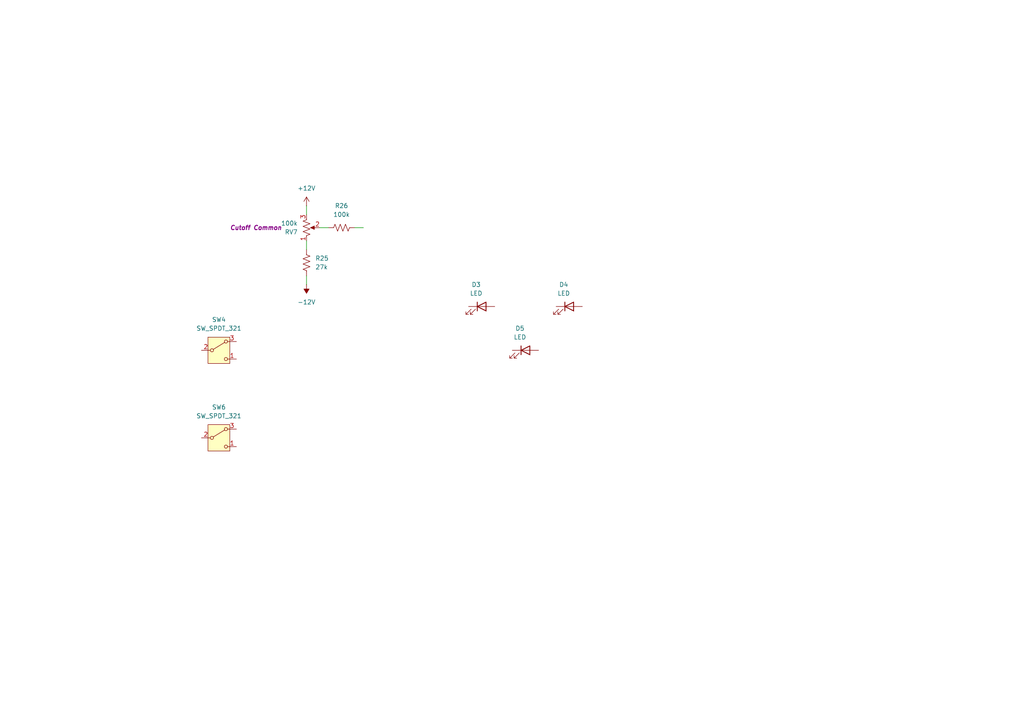
<source format=kicad_sch>
(kicad_sch (version 20231120) (generator "eeschema") (generator_version "8.0")
  (paper "A4")
  (title_block (comment 1 "PCB for 10cm Kosmo format synthesizer module"))
  (lib_symbols
    (symbol "Device:LED" (pin_numbers hide) (pin_names (offset 1.016) hide)
      (property "Reference" "D" (at 0 2.54 0))
      (property "Value" "LED" (at 0 -2.54 0))
      (symbol "LED_0_1"
        (polyline (pts (xy -1.27 -1.27) (xy -1.27 1.27)) (stroke (width 0.254)))
        (polyline (pts (xy -1.27 0) (xy 1.27 0)))
        (polyline (pts (xy 1.27 -1.27) (xy 1.27 1.27) (xy -1.27 0) (xy 1.27 -1.27)) (stroke (width 0.254)))
        (polyline (pts (xy -3.048 -0.762) (xy -4.572 -2.286) (xy -3.81 -2.286) (xy -4.572 -2.286) (xy -4.572 -1.524)))
        (polyline (pts (xy -1.778 -0.762) (xy -3.302 -2.286) (xy -2.54 -2.286) (xy -3.302 -2.286) (xy -3.302 -1.524)))
      )
      (symbol "LED_1_1"
        (pin passive line (at -3.81 0 0) (length 2.54) (name "K") (number "1"))
        (pin passive line (at 3.81 0 180) (length 2.54) (name "A") (number "2"))
      )
    )
    (symbol "Device:R_Potentiometer_US" (pin_names (offset 1.016) hide)
      (property "Reference" "RV" (at -4.445 0 90))
      (property "Value" "R_Potentiometer_US" (at -2.54 0 90))
      (symbol "R_Potentiometer_US_0_1"
        (polyline (pts (xy 0 -2.286) (xy 0 -2.54)))
        (polyline (pts (xy 0 2.54) (xy 0 2.286)))
        (polyline (pts (xy 2.54 0) (xy 1.524 0)))
        (polyline (pts (xy 1.143 0) (xy 2.286 0.508) (xy 2.286 -0.508) (xy 1.143 0)) (fill (type outline)))
        (polyline (pts (xy 0 -0.762) (xy 1.016 -1.143) (xy 0 -1.524) (xy -1.016 -1.905) (xy 0 -2.286)))
        (polyline (pts (xy 0 0.762) (xy 1.016 0.381) (xy 0 0) (xy -1.016 -0.381) (xy 0 -0.762)))
        (polyline (pts (xy 0 2.286) (xy 1.016 1.905) (xy 0 1.524) (xy -1.016 1.143) (xy 0 0.762)))
      )
      (symbol "R_Potentiometer_US_1_1"
        (pin passive line (at 0 3.81 270) (length 1.27) (name "1") (number "1"))
        (pin passive line (at 3.81 0 180) (length 1.27) (name "2") (number "2"))
        (pin passive line (at 0 -3.81 90) (length 1.27) (name "3") (number "3"))
      )
    )
    (symbol "Device:R_US" (pin_numbers hide) (pin_names (offset 0))
      (property "Reference" "R" (at 2.54 0 90))
      (property "Value" "R_US" (at -2.54 0 90))
      (symbol "R_US_0_1"
        (polyline (pts (xy 0 -2.286) (xy 0 -2.54)))
        (polyline (pts (xy 0 2.286) (xy 0 2.54)))
        (polyline (pts (xy 0 -0.762) (xy 1.016 -1.143) (xy 0 -1.524) (xy -1.016 -1.905) (xy 0 -2.286)))
        (polyline (pts (xy 0 0.762) (xy 1.016 0.381) (xy 0 0) (xy -1.016 -0.381) (xy 0 -0.762)))
        (polyline (pts (xy 0 2.286) (xy 1.016 1.905) (xy 0 1.524) (xy -1.016 1.143) (xy 0 0.762)))
      )
      (symbol "R_US_1_1"
        (pin passive line (at 0 3.81 270) (length 1.27) (name "~") (number "1"))
        (pin passive line (at 0 -3.81 90) (length 1.27) (name "~") (number "2"))
      )
    )
    (symbol "Switch:SW_SPDT_321" (pin_names (offset 1) hide)
      (property "Reference" "SW" (at 0 5.08 0))
      (property "Value" "SW_SPDT_321" (at 0 -5.08 0))
      (symbol "SW_SPDT_321_0_1"
        (circle (center -2.032 0) (radius 0.4572))
        (polyline (pts (xy -1.651 0.254) (xy 1.651 2.286)))
        (circle (center 2.032 -2.54) (radius 0.4572))
        (circle (center 2.032 2.54) (radius 0.4572))
      )
      (symbol "SW_SPDT_321_1_1"
        (rectangle (start -3.175 3.81) (end 3.175 -3.81) (fill (type background)))
        (pin passive line (at 5.08 -2.54 180) (length 2.54) (name "C") (number "1"))
        (pin passive line (at -5.08 0 0) (length 2.54) (name "B") (number "2"))
        (pin passive line (at 5.08 2.54 180) (length 2.54) (name "A") (number "3"))
      )
    )
    (symbol "power:+12V" (power) (pin_numbers hide) (pin_names (offset 0) hide)
      (property "Value" "+12V" (at 0 3.556 0))
      (symbol "+12V_0_1"
        (polyline (pts (xy -0.762 1.27) (xy 0 2.54)))
        (polyline (pts (xy 0 0) (xy 0 2.54)))
        (polyline (pts (xy 0 2.54) (xy 0.762 1.27)))
      )
      (symbol "+12V_1_1"
        (pin power_in line (at 0 0 90) (length 0) (name "~") (number "1"))
      )
    )
    (symbol "power:-12V" (power) (pin_numbers hide) (pin_names (offset 0) hide)
      (property "Value" "-12V" (at 0 3.556 0))
      (symbol "-12V_0_0"
        (pin power_in line (at 0 0 90) (length 0) (name "~") (number "1"))
      )
      (symbol "-12V_0_1"
        (polyline (pts (xy 0 0) (xy 0 1.27) (xy 0.762 1.27) (xy 0 2.54) (xy -0.762 1.27) (xy 0 1.27)) (fill (type outline)))
      )
    )
  )
  (wire (pts (xy 92.71 66.04) (xy 95.25 66.04)))
  (wire (pts (xy 88.9 59.69) (xy 88.9 62.23)))
  (wire (pts (xy 88.9 80.01) (xy 88.9 82.55)))
  (wire (pts (xy 88.9 69.85) (xy 88.9 72.39)))
  (wire (pts (xy 102.87 66.04) (xy 105.41 66.04)))
  (symbol (lib_id "Device:LED") (at 152.4 101.6 0) (unit 1)
    (property "Reference" "D5" (at 150.8125 95.25 0))
    (property "Value" "LED" (at 150.8125 97.79 0))
    (property "Footprint" "LED_THT:LED_D3.0mm" (effects (hide yes)))
    (property "Description" "Light emitting diode" (effects (hide yes)))
  )
  (symbol (lib_id "Device:LED") (at 165.1 88.9 0) (unit 1)
    (property "Reference" "D4" (at 163.5125 82.55 0))
    (property "Value" "LED" (at 163.5125 85.09 0))
    (property "Footprint" "LED_THT:LED_D3.0mm" (effects (hide yes)))
    (property "Description" "Light emitting diode" (effects (hide yes)))
  )
  (symbol (lib_id "Device:R_Potentiometer_US") (at 88.9 66.04 0) (mirror x) (unit 1)
    (property "Reference" "RV7" (at 86.36 67.3101 0) (effects (justify right)))
    (property "Value" "100k" (at 86.36 64.7701 0) (effects (justify right)))
    (property "Footprint" "SynthStuff:Potentiometer_Alpha_RD901F-40-00D_Single_Vertical" (effects (hide yes)))
    (property "Description" "Potentiometer, US symbol" (effects (hide yes)))
    (property "Function" "Cutoff Common" (at 74.168 66.04 0) (effects (font (thickness 0.254) (bold yes) (italic yes))))
  )
  (symbol (lib_id "Switch:SW_SPDT_321") (at 63.5 127 0) (unit 1)
    (property "Reference" "SW6" (at 63.5 118.11 0))
    (property "Value" "SW_SPDT_321" (at 63.5 120.65 0))
    (property "Description" "Switch, single pole double throw" (effects (hide yes)))
  )
  (symbol (lib_id "Device:LED") (at 139.7 88.9 0) (unit 1)
    (property "Reference" "D3" (at 138.1125 82.55 0))
    (property "Value" "LED" (at 138.1125 85.09 0))
    (property "Footprint" "LED_THT:LED_D3.0mm" (effects (hide yes)))
    (property "Description" "Light emitting diode" (effects (hide yes)))
  )
  (symbol (lib_id "power:+12V") (at 88.9 59.69 0) (unit 1)
    (property "Reference" "#PWR09" (effects (hide yes)))
    (property "Value" "+12V" (at 88.9 54.61 0))
    (property "Description" "Power symbol creates a global label with name \"+12V\"" (effects (hide yes)))
  )
  (symbol (lib_id "Switch:SW_SPDT_321") (at 63.5 101.6 0) (unit 1)
    (property "Reference" "SW4" (at 63.5 92.71 0))
    (property "Value" "SW_SPDT_321" (at 63.5 95.25 0))
    (property "Description" "Switch, single pole double throw" (effects (hide yes)))
  )
  (symbol (lib_id "power:-12V") (at 88.9 82.55 180) (unit 1)
    (property "Reference" "#PWR010" (effects (hide yes)))
    (property "Value" "-12V" (at 88.9 87.63 0))
    (property "Description" "Power symbol creates a global label with name \"-12V\"" (effects (hide yes)))
  )
  (symbol (lib_id "Device:R_US") (at 88.9 76.2 0) (unit 1)
    (property "Reference" "R25" (at 91.44 74.9299 0) (effects (justify left)))
    (property "Value" "27k" (at 91.44 77.4699 0) (effects (justify left)))
    (property "Footprint" "Resistor_THT:R_Axial_DIN0207_L6.3mm_D2.5mm_P7.62mm_Horizontal" (effects (hide yes)))
    (property "Description" "Resistor, US symbol" (effects (hide yes)))
  )
  (symbol (lib_id "Device:R_US") (at 99.06 66.04 90) (unit 1)
    (property "Reference" "R26" (at 99.06 59.69 90))
    (property "Value" "100k" (at 99.06 62.23 90))
    (property "Footprint" "Resistor_THT:R_Axial_DIN0207_L6.3mm_D2.5mm_P7.62mm_Horizontal" (effects (hide yes)))
    (property "Description" "Resistor, US symbol" (effects (hide yes)))
  )
)
</source>
